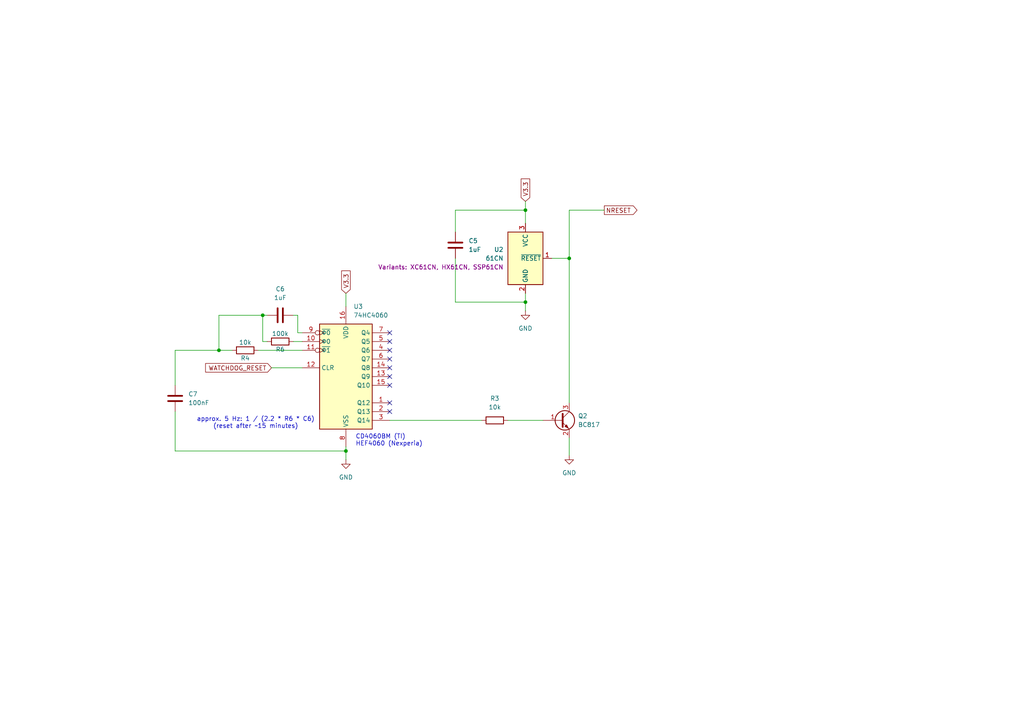
<source format=kicad_sch>
(kicad_sch (version 20231120) (generator "eeschema") (generator_version "8.0")
  (paper "A4")
  (title_block (title "Watchdog Circuits and Voltage Monitoring") (date "2024-11-26"))
  (lib_symbols
    (symbol "74xx:74HC4060"
      (property "Reference" "U" (at 5.08 16.51 0))
      (property "Value" "74HC4060" (at 7.62 -16.51 0))
      (symbol "74HC4060_1_0"
        (pin output line (at 12.7 -7.62 180) (length 5.08) (name "Q12") (number "1"))
        (pin input clock (at -12.7 10.16 0) (length 5.08) (name "Φ0") (number "10"))
        (pin input inverted_clock (at -12.7 7.62 0) (length 5.08) (name "~{Φ1}") (number "11"))
        (pin input line (at -12.7 2.54 0) (length 5.08) (name "CLR") (number "12"))
        (pin output line (at 12.7 0 180) (length 5.08) (name "Q9") (number "13"))
        (pin output line (at 12.7 2.54 180) (length 5.08) (name "Q8") (number "14"))
        (pin output line (at 12.7 -2.54 180) (length 5.08) (name "Q10") (number "15"))
        (pin power_in line (at 0 20.32 270) (length 5.08) (name "VDD") (number "16"))
        (pin output line (at 12.7 -10.16 180) (length 5.08) (name "Q13") (number "2"))
        (pin output line (at 12.7 -12.7 180) (length 5.08) (name "Q14") (number "3"))
        (pin output line (at 12.7 7.62 180) (length 5.08) (name "Q6") (number "4"))
        (pin output line (at 12.7 10.16 180) (length 5.08) (name "Q5") (number "5"))
        (pin output line (at 12.7 5.08 180) (length 5.08) (name "Q7") (number "6"))
        (pin output line (at 12.7 12.7 180) (length 5.08) (name "Q4") (number "7"))
        (pin power_in line (at 0 -20.32 90) (length 5.08) (name "VSS") (number "8"))
        (pin input inverted_clock (at -12.7 12.7 0) (length 5.08) (name "~{Φ0}") (number "9"))
      )
      (symbol "74HC4060_1_1"
        (rectangle (start -7.62 15.24) (end 7.62 -15.24) (stroke (width 0.254)) (fill (type background)))
      )
    )
    (symbol "Device:C" (pin_numbers hide) (pin_names (offset 0.254))
      (property "Reference" "C" (at 0.635 2.54 0))
      (property "Value" "C" (at 0.635 -2.54 0))
      (symbol "C_0_1"
        (polyline (pts (xy -2.032 -0.762) (xy 2.032 -0.762)) (stroke (width 0.508)))
        (polyline (pts (xy -2.032 0.762) (xy 2.032 0.762)) (stroke (width 0.508)))
      )
      (symbol "C_1_1"
        (pin passive line (at 0 3.81 270) (length 2.794) (name "~") (number "1"))
        (pin passive line (at 0 -3.81 90) (length 2.794) (name "~") (number "2"))
      )
    )
    (symbol "Device:R" (pin_numbers hide) (pin_names (offset 0))
      (property "Reference" "R" (at 2.032 0 90))
      (property "Value" "R" (at 0 0 90))
      (symbol "R_0_1"
        (rectangle (start -1.016 -2.54) (end 1.016 2.54) (stroke (width 0.254)))
      )
      (symbol "R_1_1"
        (pin passive line (at 0 3.81 270) (length 1.27) (name "~") (number "1"))
        (pin passive line (at 0 -3.81 90) (length 1.27) (name "~") (number "2"))
      )
    )
    (symbol "SmarterSilo:61CN"
      (property "Reference" "U" (at 2.54 12.7 0))
      (property "Value" "61CN" (at 5.08 10.16 0))
      (property "Comment" "Variants: XC61CN, HX61CN, SSP61CN" (at 24.384 -6.604 0))
      (symbol "61CN_0_1"
        (rectangle (start -5.08 7.62) (end 5.08 -7.62) (stroke (width 0.254)) (fill (type background)))
      )
      (symbol "61CN_1_1"
        (pin output line (at 7.62 0 180) (length 2.54) (name "~{RESET}") (number "1"))
        (pin power_in line (at 0 -10.16 90) (length 2.54) (name "GND") (number "2"))
        (pin power_in line (at 0 10.16 270) (length 2.54) (name "VCC") (number "3"))
      )
    )
    (symbol "Transistor_BJT:BC817" (pin_names (offset 0) hide)
      (property "Reference" "Q" (at 5.08 1.905 0))
      (property "Value" "BC817" (at 5.08 0 0))
      (symbol "BC817_0_1"
        (polyline (pts (xy 0.635 0.635) (xy 2.54 2.54)))
        (polyline (pts (xy 0.635 -0.635) (xy 2.54 -2.54) (xy 2.54 -2.54)))
        (polyline (pts (xy 0.635 1.905) (xy 0.635 -1.905) (xy 0.635 -1.905)) (stroke (width 0.508)))
        (polyline (pts (xy 1.27 -1.778) (xy 1.778 -1.27) (xy 2.286 -2.286) (xy 1.27 -1.778) (xy 1.27 -1.778)) (fill (type outline)))
        (circle (center 1.27 0) (radius 2.8194) (stroke (width 0.254)))
      )
      (symbol "BC817_1_1"
        (pin input line (at -5.08 0 0) (length 5.715) (name "B") (number "1"))
        (pin passive line (at 2.54 -5.08 90) (length 2.54) (name "E") (number "2"))
        (pin passive line (at 2.54 5.08 270) (length 2.54) (name "C") (number "3"))
      )
    )
    (symbol "power:GND" (power) (pin_numbers hide) (pin_names (offset 0) hide)
      (property "Value" "GND" (at 0 -3.81 0))
      (symbol "GND_0_1"
        (polyline (pts (xy 0 0) (xy 0 -1.27) (xy 1.27 -1.27) (xy 0 -2.54) (xy -1.27 -1.27) (xy 0 -1.27)))
      )
      (symbol "GND_1_1"
        (pin power_in line (at 0 0 270) (length 0) (name "~") (number "1"))
      )
    )
  )
  (junction (at 152.4 87.63))
  (junction (at 100.33 130.81))
  (junction (at 76.2 91.44))
  (junction (at 165.1 74.93))
  (junction (at 152.4 60.96))
  (junction (at 63.5 101.6))
  (no_connect (at 113.03 116.84))
  (no_connect (at 113.03 106.68))
  (no_connect (at 113.03 109.22))
  (no_connect (at 113.03 101.6))
  (no_connect (at 113.03 104.14))
  (no_connect (at 113.03 119.38))
  (no_connect (at 113.03 96.52))
  (no_connect (at 113.03 99.06))
  (no_connect (at 113.03 111.76))
  (wire (pts (xy 77.47 99.06) (xy 76.2 99.06)))
  (wire (pts (xy 100.33 129.54) (xy 100.33 130.81)))
  (wire (pts (xy 63.5 101.6) (xy 63.5 91.44)))
  (wire (pts (xy 152.4 85.09) (xy 152.4 87.63)))
  (wire (pts (xy 63.5 91.44) (xy 76.2 91.44)))
  (wire (pts (xy 113.03 121.92) (xy 139.7 121.92)))
  (wire (pts (xy 132.08 87.63) (xy 152.4 87.63)))
  (wire (pts (xy 175.26 60.96) (xy 165.1 60.96)))
  (wire (pts (xy 63.5 101.6) (xy 67.31 101.6)))
  (wire (pts (xy 85.09 99.06) (xy 87.63 99.06)))
  (wire (pts (xy 86.36 96.52) (xy 86.36 91.44)))
  (wire (pts (xy 74.93 101.6) (xy 87.63 101.6)))
  (wire (pts (xy 76.2 91.44) (xy 77.47 91.44)))
  (wire (pts (xy 152.4 87.63) (xy 152.4 90.17)))
  (wire (pts (xy 50.8 101.6) (xy 63.5 101.6)))
  (wire (pts (xy 132.08 60.96) (xy 152.4 60.96)))
  (wire (pts (xy 100.33 130.81) (xy 100.33 133.35)))
  (wire (pts (xy 86.36 91.44) (xy 85.09 91.44)))
  (wire (pts (xy 76.2 99.06) (xy 76.2 91.44)))
  (wire (pts (xy 78.74 106.68) (xy 87.63 106.68)))
  (wire (pts (xy 132.08 74.93) (xy 132.08 87.63)))
  (wire (pts (xy 100.33 85.09) (xy 100.33 88.9)))
  (wire (pts (xy 160.02 74.93) (xy 165.1 74.93)))
  (wire (pts (xy 152.4 60.96) (xy 152.4 64.77)))
  (wire (pts (xy 165.1 60.96) (xy 165.1 74.93)))
  (wire (pts (xy 50.8 101.6) (xy 50.8 111.76)))
  (wire (pts (xy 132.08 67.31) (xy 132.08 60.96)))
  (wire (pts (xy 87.63 96.52) (xy 86.36 96.52)))
  (wire (pts (xy 165.1 127) (xy 165.1 132.08)))
  (wire (pts (xy 152.4 58.42) (xy 152.4 60.96)))
  (wire (pts (xy 100.33 130.81) (xy 50.8 130.81)))
  (wire (pts (xy 165.1 74.93) (xy 165.1 116.84)))
  (wire (pts (xy 147.32 121.92) (xy 157.48 121.92)))
  (wire (pts (xy 50.8 130.81) (xy 50.8 119.38)))
  (text "CD4060BM (TI)\nHEF4060 (Nexperia)" (at 103.124 127.762 0) (effects (font (size 1.27 1.27)) (justify left)))
  (text "approx. 5 Hz: 1 / (2.2 * R6 * C6)\n(reset after ~15 minutes)" (at 74.168 122.682 0) (effects (font (size 1.27 1.27))))
  (global_label "V3.3" (shape input) (at 152.4 58.42 90) (property "Intersheetrefs" "${INTERSHEET_REFS}" (effects (hide yes))))
  (global_label "WATCHDOG_RESET" (shape input) (at 78.74 106.68 180) (property "Intersheetrefs" "${INTERSHEET_REFS}" (effects (hide yes))))
  (global_label "V3.3" (shape input) (at 100.33 85.09 90) (property "Intersheetrefs" "${INTERSHEET_REFS}" (effects (hide yes))))
  (global_label "NRESET" (shape output) (at 175.26 60.96 0) (property "Intersheetrefs" "${INTERSHEET_REFS}" (effects (hide yes))))
  (symbol (lib_id "power:GND") (at 100.33 133.35 0) (unit 1)
    (property "Reference" "#PWR02" (effects (hide yes)))
    (property "Value" "GND" (at 100.33 138.43 0))
    (property "Description" "Power symbol creates a global label with name \"GND\" , ground" (effects (hide yes)))
  )
  (symbol (lib_id "Device:C") (at 132.08 71.12 0) (unit 1)
    (property "Reference" "C5" (at 135.89 69.8499 0) (effects (justify left)))
    (property "Value" "1uF" (at 135.89 72.3899 0) (effects (justify left)))
    (property "Footprint" "Capacitor_SMD:C_0805_2012Metric" (effects (hide yes)))
    (property "Description" "Unpolarized capacitor" (effects (hide yes)))
  )
  (symbol (lib_id "SmarterSilo:61CN") (at 152.4 74.93 0) (unit 1)
    (property "Reference" "U2" (at 146.05 72.3899 0) (effects (justify right)))
    (property "Value" "61CN" (at 146.05 74.9299 0) (effects (justify right)))
    (property "Footprint" "Package_TO_SOT_SMD:SOT-23" (effects (hide yes)))
    (property "Datasheet" "https://datasheet.lcsc.com/lcsc/1809140219_NATLINEAR-LN61CN3002MR-G_C236393.pdf" (effects (hide yes)))
    (property "Description" "Microprocessor Reset (active-low) Circuit, SOT-23" (effects (hide yes)))
    (property "Comment" "Variants: XC61CN, HX61CN, SSP61CN" (at 146.05 77.4699 0) (effects (justify right)))
  )
  (symbol (lib_id "Device:R") (at 81.28 99.06 90) (unit 1)
    (property "Reference" "R6" (at 81.28 101.346 90))
    (property "Value" "100k" (at 81.28 96.774 90))
    (property "Footprint" "Resistor_SMD:R_0603_1608Metric" (effects (hide yes)))
    (property "Description" "Resistor" (effects (hide yes)))
  )
  (symbol (lib_id "Device:R") (at 143.51 121.92 90) (unit 1)
    (property "Reference" "R3" (at 143.51 115.57 90))
    (property "Value" "10k" (at 143.51 118.11 90))
    (property "Footprint" "Resistor_SMD:R_0603_1608Metric" (effects (hide yes)))
    (property "Description" "Resistor" (effects (hide yes)))
  )
  (symbol (lib_id "power:GND") (at 165.1 132.08 0) (unit 1)
    (property "Reference" "#PWR04" (effects (hide yes)))
    (property "Value" "GND" (at 165.1 137.16 0))
    (property "Description" "Power symbol creates a global label with name \"GND\" , ground" (effects (hide yes)))
  )
  (symbol (lib_id "Transistor_BJT:BC817") (at 162.56 121.92 0) (unit 1)
    (property "Reference" "Q2" (at 167.64 120.6499 0) (effects (justify left)))
    (property "Value" "BC817" (at 167.64 123.1899 0) (effects (justify left)))
    (property "Footprint" "Package_TO_SOT_SMD:SOT-23" (effects (hide yes)))
    (property "Datasheet" "https://www.onsemi.com/pub/Collateral/BC818-D.pdf" (effects (hide yes)))
    (property "Description" "0.8A Ic, 45V Vce, NPN Transistor, SOT-23" (effects (hide yes)))
  )
  (symbol (lib_id "Device:C") (at 50.8 115.57 180) (unit 1)
    (property "Reference" "C7" (at 54.61 114.2999 0) (effects (justify right)))
    (property "Value" "100nF" (at 54.61 116.8399 0) (effects (justify right)))
    (property "Footprint" "Capacitor_SMD:C_0805_2012Metric" (effects (hide yes)))
    (property "Description" "Unpolarized capacitor" (effects (hide yes)))
  )
  (symbol (lib_id "Device:C") (at 81.28 91.44 90) (unit 1)
    (property "Reference" "C6" (at 81.28 83.82 90))
    (property "Value" "1uF" (at 81.28 86.36 90))
    (property "Footprint" "Capacitor_SMD:C_0805_2012Metric" (effects (hide yes)))
    (property "Description" "Unpolarized capacitor" (effects (hide yes)))
  )
  (symbol (lib_id "power:GND") (at 152.4 90.17 0) (unit 1)
    (property "Reference" "#PWR03" (effects (hide yes)))
    (property "Value" "GND" (at 152.4 95.25 0))
    (property "Description" "Power symbol creates a global label with name \"GND\" , ground" (effects (hide yes)))
  )
  (symbol (lib_id "74xx:74HC4060") (at 100.33 109.22 0) (unit 1)
    (property "Reference" "U3" (at 102.5241 88.9 0) (effects (justify left)))
    (property "Value" "74HC4060" (at 102.5241 91.44 0) (effects (justify left)))
    (property "Footprint" "Package_SO:TSSOP-16_4.4x5mm_P0.65mm" (effects (hide yes)))
    (property "Datasheet" "https://www.st.com/resource/en/datasheet/m74hc4060.pdf" (effects (hide yes)))
    (property "Description" "Binary counter (14-stages) and oscillator" (effects (hide yes)))
  )
  (symbol (lib_id "Device:R") (at 71.12 101.6 90) (unit 1)
    (property "Reference" "R4" (at 71.12 103.886 90))
    (property "Value" "10k" (at 71.12 99.314 90))
    (property "Footprint" "Resistor_SMD:R_0603_1608Metric" (effects (hide yes)))
    (property "Description" "Resistor" (effects (hide yes)))
  )
)
</source>
